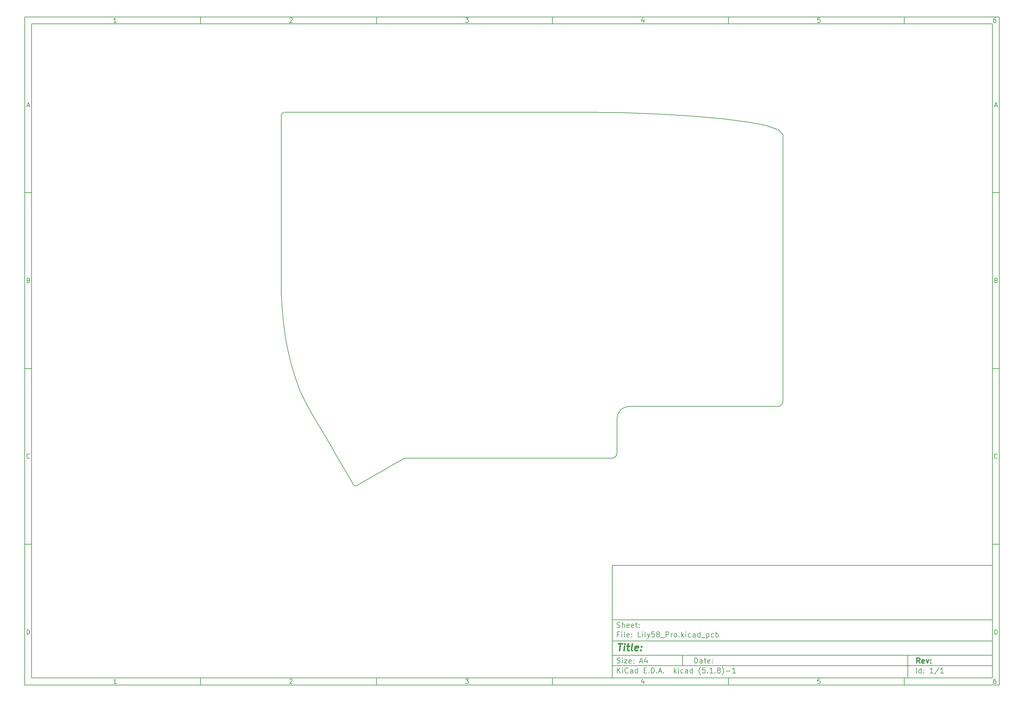
<source format=gm1>
G04 #@! TF.GenerationSoftware,KiCad,Pcbnew,(5.1.8)-1*
G04 #@! TF.CreationDate,2025-01-31T02:10:20+03:30*
G04 #@! TF.ProjectId,Lily58_Pro,4c696c79-3538-45f5-9072-6f2e6b696361,rev?*
G04 #@! TF.SameCoordinates,Original*
G04 #@! TF.FileFunction,Profile,NP*
%FSLAX46Y46*%
G04 Gerber Fmt 4.6, Leading zero omitted, Abs format (unit mm)*
G04 Created by KiCad (PCBNEW (5.1.8)-1) date 2025-01-31 02:10:20*
%MOMM*%
%LPD*%
G01*
G04 APERTURE LIST*
%ADD10C,0.100000*%
%ADD11C,0.150000*%
%ADD12C,0.300000*%
%ADD13C,0.400000*%
G04 #@! TA.AperFunction,Profile*
%ADD14C,0.200000*%
G04 #@! TD*
G04 APERTURE END LIST*
D10*
D11*
X177002200Y-166007200D02*
X177002200Y-198007200D01*
X285002200Y-198007200D01*
X285002200Y-166007200D01*
X177002200Y-166007200D01*
D10*
D11*
X10000000Y-10000000D02*
X10000000Y-200007200D01*
X287002200Y-200007200D01*
X287002200Y-10000000D01*
X10000000Y-10000000D01*
D10*
D11*
X12000000Y-12000000D02*
X12000000Y-198007200D01*
X285002200Y-198007200D01*
X285002200Y-12000000D01*
X12000000Y-12000000D01*
D10*
D11*
X60000000Y-12000000D02*
X60000000Y-10000000D01*
D10*
D11*
X110000000Y-12000000D02*
X110000000Y-10000000D01*
D10*
D11*
X160000000Y-12000000D02*
X160000000Y-10000000D01*
D10*
D11*
X210000000Y-12000000D02*
X210000000Y-10000000D01*
D10*
D11*
X260000000Y-12000000D02*
X260000000Y-10000000D01*
D10*
D11*
X36065476Y-11588095D02*
X35322619Y-11588095D01*
X35694047Y-11588095D02*
X35694047Y-10288095D01*
X35570238Y-10473809D01*
X35446428Y-10597619D01*
X35322619Y-10659523D01*
D10*
D11*
X85322619Y-10411904D02*
X85384523Y-10350000D01*
X85508333Y-10288095D01*
X85817857Y-10288095D01*
X85941666Y-10350000D01*
X86003571Y-10411904D01*
X86065476Y-10535714D01*
X86065476Y-10659523D01*
X86003571Y-10845238D01*
X85260714Y-11588095D01*
X86065476Y-11588095D01*
D10*
D11*
X135260714Y-10288095D02*
X136065476Y-10288095D01*
X135632142Y-10783333D01*
X135817857Y-10783333D01*
X135941666Y-10845238D01*
X136003571Y-10907142D01*
X136065476Y-11030952D01*
X136065476Y-11340476D01*
X136003571Y-11464285D01*
X135941666Y-11526190D01*
X135817857Y-11588095D01*
X135446428Y-11588095D01*
X135322619Y-11526190D01*
X135260714Y-11464285D01*
D10*
D11*
X185941666Y-10721428D02*
X185941666Y-11588095D01*
X185632142Y-10226190D02*
X185322619Y-11154761D01*
X186127380Y-11154761D01*
D10*
D11*
X236003571Y-10288095D02*
X235384523Y-10288095D01*
X235322619Y-10907142D01*
X235384523Y-10845238D01*
X235508333Y-10783333D01*
X235817857Y-10783333D01*
X235941666Y-10845238D01*
X236003571Y-10907142D01*
X236065476Y-11030952D01*
X236065476Y-11340476D01*
X236003571Y-11464285D01*
X235941666Y-11526190D01*
X235817857Y-11588095D01*
X235508333Y-11588095D01*
X235384523Y-11526190D01*
X235322619Y-11464285D01*
D10*
D11*
X285941666Y-10288095D02*
X285694047Y-10288095D01*
X285570238Y-10350000D01*
X285508333Y-10411904D01*
X285384523Y-10597619D01*
X285322619Y-10845238D01*
X285322619Y-11340476D01*
X285384523Y-11464285D01*
X285446428Y-11526190D01*
X285570238Y-11588095D01*
X285817857Y-11588095D01*
X285941666Y-11526190D01*
X286003571Y-11464285D01*
X286065476Y-11340476D01*
X286065476Y-11030952D01*
X286003571Y-10907142D01*
X285941666Y-10845238D01*
X285817857Y-10783333D01*
X285570238Y-10783333D01*
X285446428Y-10845238D01*
X285384523Y-10907142D01*
X285322619Y-11030952D01*
D10*
D11*
X60000000Y-198007200D02*
X60000000Y-200007200D01*
D10*
D11*
X110000000Y-198007200D02*
X110000000Y-200007200D01*
D10*
D11*
X160000000Y-198007200D02*
X160000000Y-200007200D01*
D10*
D11*
X210000000Y-198007200D02*
X210000000Y-200007200D01*
D10*
D11*
X260000000Y-198007200D02*
X260000000Y-200007200D01*
D10*
D11*
X36065476Y-199595295D02*
X35322619Y-199595295D01*
X35694047Y-199595295D02*
X35694047Y-198295295D01*
X35570238Y-198481009D01*
X35446428Y-198604819D01*
X35322619Y-198666723D01*
D10*
D11*
X85322619Y-198419104D02*
X85384523Y-198357200D01*
X85508333Y-198295295D01*
X85817857Y-198295295D01*
X85941666Y-198357200D01*
X86003571Y-198419104D01*
X86065476Y-198542914D01*
X86065476Y-198666723D01*
X86003571Y-198852438D01*
X85260714Y-199595295D01*
X86065476Y-199595295D01*
D10*
D11*
X135260714Y-198295295D02*
X136065476Y-198295295D01*
X135632142Y-198790533D01*
X135817857Y-198790533D01*
X135941666Y-198852438D01*
X136003571Y-198914342D01*
X136065476Y-199038152D01*
X136065476Y-199347676D01*
X136003571Y-199471485D01*
X135941666Y-199533390D01*
X135817857Y-199595295D01*
X135446428Y-199595295D01*
X135322619Y-199533390D01*
X135260714Y-199471485D01*
D10*
D11*
X185941666Y-198728628D02*
X185941666Y-199595295D01*
X185632142Y-198233390D02*
X185322619Y-199161961D01*
X186127380Y-199161961D01*
D10*
D11*
X236003571Y-198295295D02*
X235384523Y-198295295D01*
X235322619Y-198914342D01*
X235384523Y-198852438D01*
X235508333Y-198790533D01*
X235817857Y-198790533D01*
X235941666Y-198852438D01*
X236003571Y-198914342D01*
X236065476Y-199038152D01*
X236065476Y-199347676D01*
X236003571Y-199471485D01*
X235941666Y-199533390D01*
X235817857Y-199595295D01*
X235508333Y-199595295D01*
X235384523Y-199533390D01*
X235322619Y-199471485D01*
D10*
D11*
X285941666Y-198295295D02*
X285694047Y-198295295D01*
X285570238Y-198357200D01*
X285508333Y-198419104D01*
X285384523Y-198604819D01*
X285322619Y-198852438D01*
X285322619Y-199347676D01*
X285384523Y-199471485D01*
X285446428Y-199533390D01*
X285570238Y-199595295D01*
X285817857Y-199595295D01*
X285941666Y-199533390D01*
X286003571Y-199471485D01*
X286065476Y-199347676D01*
X286065476Y-199038152D01*
X286003571Y-198914342D01*
X285941666Y-198852438D01*
X285817857Y-198790533D01*
X285570238Y-198790533D01*
X285446428Y-198852438D01*
X285384523Y-198914342D01*
X285322619Y-199038152D01*
D10*
D11*
X10000000Y-60000000D02*
X12000000Y-60000000D01*
D10*
D11*
X10000000Y-110000000D02*
X12000000Y-110000000D01*
D10*
D11*
X10000000Y-160000000D02*
X12000000Y-160000000D01*
D10*
D11*
X10690476Y-35216666D02*
X11309523Y-35216666D01*
X10566666Y-35588095D02*
X11000000Y-34288095D01*
X11433333Y-35588095D01*
D10*
D11*
X11092857Y-84907142D02*
X11278571Y-84969047D01*
X11340476Y-85030952D01*
X11402380Y-85154761D01*
X11402380Y-85340476D01*
X11340476Y-85464285D01*
X11278571Y-85526190D01*
X11154761Y-85588095D01*
X10659523Y-85588095D01*
X10659523Y-84288095D01*
X11092857Y-84288095D01*
X11216666Y-84350000D01*
X11278571Y-84411904D01*
X11340476Y-84535714D01*
X11340476Y-84659523D01*
X11278571Y-84783333D01*
X11216666Y-84845238D01*
X11092857Y-84907142D01*
X10659523Y-84907142D01*
D10*
D11*
X11402380Y-135464285D02*
X11340476Y-135526190D01*
X11154761Y-135588095D01*
X11030952Y-135588095D01*
X10845238Y-135526190D01*
X10721428Y-135402380D01*
X10659523Y-135278571D01*
X10597619Y-135030952D01*
X10597619Y-134845238D01*
X10659523Y-134597619D01*
X10721428Y-134473809D01*
X10845238Y-134350000D01*
X11030952Y-134288095D01*
X11154761Y-134288095D01*
X11340476Y-134350000D01*
X11402380Y-134411904D01*
D10*
D11*
X10659523Y-185588095D02*
X10659523Y-184288095D01*
X10969047Y-184288095D01*
X11154761Y-184350000D01*
X11278571Y-184473809D01*
X11340476Y-184597619D01*
X11402380Y-184845238D01*
X11402380Y-185030952D01*
X11340476Y-185278571D01*
X11278571Y-185402380D01*
X11154761Y-185526190D01*
X10969047Y-185588095D01*
X10659523Y-185588095D01*
D10*
D11*
X287002200Y-60000000D02*
X285002200Y-60000000D01*
D10*
D11*
X287002200Y-110000000D02*
X285002200Y-110000000D01*
D10*
D11*
X287002200Y-160000000D02*
X285002200Y-160000000D01*
D10*
D11*
X285692676Y-35216666D02*
X286311723Y-35216666D01*
X285568866Y-35588095D02*
X286002200Y-34288095D01*
X286435533Y-35588095D01*
D10*
D11*
X286095057Y-84907142D02*
X286280771Y-84969047D01*
X286342676Y-85030952D01*
X286404580Y-85154761D01*
X286404580Y-85340476D01*
X286342676Y-85464285D01*
X286280771Y-85526190D01*
X286156961Y-85588095D01*
X285661723Y-85588095D01*
X285661723Y-84288095D01*
X286095057Y-84288095D01*
X286218866Y-84350000D01*
X286280771Y-84411904D01*
X286342676Y-84535714D01*
X286342676Y-84659523D01*
X286280771Y-84783333D01*
X286218866Y-84845238D01*
X286095057Y-84907142D01*
X285661723Y-84907142D01*
D10*
D11*
X286404580Y-135464285D02*
X286342676Y-135526190D01*
X286156961Y-135588095D01*
X286033152Y-135588095D01*
X285847438Y-135526190D01*
X285723628Y-135402380D01*
X285661723Y-135278571D01*
X285599819Y-135030952D01*
X285599819Y-134845238D01*
X285661723Y-134597619D01*
X285723628Y-134473809D01*
X285847438Y-134350000D01*
X286033152Y-134288095D01*
X286156961Y-134288095D01*
X286342676Y-134350000D01*
X286404580Y-134411904D01*
D10*
D11*
X285661723Y-185588095D02*
X285661723Y-184288095D01*
X285971247Y-184288095D01*
X286156961Y-184350000D01*
X286280771Y-184473809D01*
X286342676Y-184597619D01*
X286404580Y-184845238D01*
X286404580Y-185030952D01*
X286342676Y-185278571D01*
X286280771Y-185402380D01*
X286156961Y-185526190D01*
X285971247Y-185588095D01*
X285661723Y-185588095D01*
D10*
D11*
X200434342Y-193785771D02*
X200434342Y-192285771D01*
X200791485Y-192285771D01*
X201005771Y-192357200D01*
X201148628Y-192500057D01*
X201220057Y-192642914D01*
X201291485Y-192928628D01*
X201291485Y-193142914D01*
X201220057Y-193428628D01*
X201148628Y-193571485D01*
X201005771Y-193714342D01*
X200791485Y-193785771D01*
X200434342Y-193785771D01*
X202577200Y-193785771D02*
X202577200Y-193000057D01*
X202505771Y-192857200D01*
X202362914Y-192785771D01*
X202077200Y-192785771D01*
X201934342Y-192857200D01*
X202577200Y-193714342D02*
X202434342Y-193785771D01*
X202077200Y-193785771D01*
X201934342Y-193714342D01*
X201862914Y-193571485D01*
X201862914Y-193428628D01*
X201934342Y-193285771D01*
X202077200Y-193214342D01*
X202434342Y-193214342D01*
X202577200Y-193142914D01*
X203077200Y-192785771D02*
X203648628Y-192785771D01*
X203291485Y-192285771D02*
X203291485Y-193571485D01*
X203362914Y-193714342D01*
X203505771Y-193785771D01*
X203648628Y-193785771D01*
X204720057Y-193714342D02*
X204577200Y-193785771D01*
X204291485Y-193785771D01*
X204148628Y-193714342D01*
X204077200Y-193571485D01*
X204077200Y-193000057D01*
X204148628Y-192857200D01*
X204291485Y-192785771D01*
X204577200Y-192785771D01*
X204720057Y-192857200D01*
X204791485Y-193000057D01*
X204791485Y-193142914D01*
X204077200Y-193285771D01*
X205434342Y-193642914D02*
X205505771Y-193714342D01*
X205434342Y-193785771D01*
X205362914Y-193714342D01*
X205434342Y-193642914D01*
X205434342Y-193785771D01*
X205434342Y-192857200D02*
X205505771Y-192928628D01*
X205434342Y-193000057D01*
X205362914Y-192928628D01*
X205434342Y-192857200D01*
X205434342Y-193000057D01*
D10*
D11*
X177002200Y-194507200D02*
X285002200Y-194507200D01*
D10*
D11*
X178434342Y-196585771D02*
X178434342Y-195085771D01*
X179291485Y-196585771D02*
X178648628Y-195728628D01*
X179291485Y-195085771D02*
X178434342Y-195942914D01*
X179934342Y-196585771D02*
X179934342Y-195585771D01*
X179934342Y-195085771D02*
X179862914Y-195157200D01*
X179934342Y-195228628D01*
X180005771Y-195157200D01*
X179934342Y-195085771D01*
X179934342Y-195228628D01*
X181505771Y-196442914D02*
X181434342Y-196514342D01*
X181220057Y-196585771D01*
X181077200Y-196585771D01*
X180862914Y-196514342D01*
X180720057Y-196371485D01*
X180648628Y-196228628D01*
X180577200Y-195942914D01*
X180577200Y-195728628D01*
X180648628Y-195442914D01*
X180720057Y-195300057D01*
X180862914Y-195157200D01*
X181077200Y-195085771D01*
X181220057Y-195085771D01*
X181434342Y-195157200D01*
X181505771Y-195228628D01*
X182791485Y-196585771D02*
X182791485Y-195800057D01*
X182720057Y-195657200D01*
X182577200Y-195585771D01*
X182291485Y-195585771D01*
X182148628Y-195657200D01*
X182791485Y-196514342D02*
X182648628Y-196585771D01*
X182291485Y-196585771D01*
X182148628Y-196514342D01*
X182077200Y-196371485D01*
X182077200Y-196228628D01*
X182148628Y-196085771D01*
X182291485Y-196014342D01*
X182648628Y-196014342D01*
X182791485Y-195942914D01*
X184148628Y-196585771D02*
X184148628Y-195085771D01*
X184148628Y-196514342D02*
X184005771Y-196585771D01*
X183720057Y-196585771D01*
X183577200Y-196514342D01*
X183505771Y-196442914D01*
X183434342Y-196300057D01*
X183434342Y-195871485D01*
X183505771Y-195728628D01*
X183577200Y-195657200D01*
X183720057Y-195585771D01*
X184005771Y-195585771D01*
X184148628Y-195657200D01*
X186005771Y-195800057D02*
X186505771Y-195800057D01*
X186720057Y-196585771D02*
X186005771Y-196585771D01*
X186005771Y-195085771D01*
X186720057Y-195085771D01*
X187362914Y-196442914D02*
X187434342Y-196514342D01*
X187362914Y-196585771D01*
X187291485Y-196514342D01*
X187362914Y-196442914D01*
X187362914Y-196585771D01*
X188077200Y-196585771D02*
X188077200Y-195085771D01*
X188434342Y-195085771D01*
X188648628Y-195157200D01*
X188791485Y-195300057D01*
X188862914Y-195442914D01*
X188934342Y-195728628D01*
X188934342Y-195942914D01*
X188862914Y-196228628D01*
X188791485Y-196371485D01*
X188648628Y-196514342D01*
X188434342Y-196585771D01*
X188077200Y-196585771D01*
X189577200Y-196442914D02*
X189648628Y-196514342D01*
X189577200Y-196585771D01*
X189505771Y-196514342D01*
X189577200Y-196442914D01*
X189577200Y-196585771D01*
X190220057Y-196157200D02*
X190934342Y-196157200D01*
X190077200Y-196585771D02*
X190577200Y-195085771D01*
X191077200Y-196585771D01*
X191577200Y-196442914D02*
X191648628Y-196514342D01*
X191577200Y-196585771D01*
X191505771Y-196514342D01*
X191577200Y-196442914D01*
X191577200Y-196585771D01*
X194577200Y-196585771D02*
X194577200Y-195085771D01*
X194720057Y-196014342D02*
X195148628Y-196585771D01*
X195148628Y-195585771D02*
X194577200Y-196157200D01*
X195791485Y-196585771D02*
X195791485Y-195585771D01*
X195791485Y-195085771D02*
X195720057Y-195157200D01*
X195791485Y-195228628D01*
X195862914Y-195157200D01*
X195791485Y-195085771D01*
X195791485Y-195228628D01*
X197148628Y-196514342D02*
X197005771Y-196585771D01*
X196720057Y-196585771D01*
X196577200Y-196514342D01*
X196505771Y-196442914D01*
X196434342Y-196300057D01*
X196434342Y-195871485D01*
X196505771Y-195728628D01*
X196577200Y-195657200D01*
X196720057Y-195585771D01*
X197005771Y-195585771D01*
X197148628Y-195657200D01*
X198434342Y-196585771D02*
X198434342Y-195800057D01*
X198362914Y-195657200D01*
X198220057Y-195585771D01*
X197934342Y-195585771D01*
X197791485Y-195657200D01*
X198434342Y-196514342D02*
X198291485Y-196585771D01*
X197934342Y-196585771D01*
X197791485Y-196514342D01*
X197720057Y-196371485D01*
X197720057Y-196228628D01*
X197791485Y-196085771D01*
X197934342Y-196014342D01*
X198291485Y-196014342D01*
X198434342Y-195942914D01*
X199791485Y-196585771D02*
X199791485Y-195085771D01*
X199791485Y-196514342D02*
X199648628Y-196585771D01*
X199362914Y-196585771D01*
X199220057Y-196514342D01*
X199148628Y-196442914D01*
X199077200Y-196300057D01*
X199077200Y-195871485D01*
X199148628Y-195728628D01*
X199220057Y-195657200D01*
X199362914Y-195585771D01*
X199648628Y-195585771D01*
X199791485Y-195657200D01*
X202077200Y-197157200D02*
X202005771Y-197085771D01*
X201862914Y-196871485D01*
X201791485Y-196728628D01*
X201720057Y-196514342D01*
X201648628Y-196157200D01*
X201648628Y-195871485D01*
X201720057Y-195514342D01*
X201791485Y-195300057D01*
X201862914Y-195157200D01*
X202005771Y-194942914D01*
X202077200Y-194871485D01*
X203362914Y-195085771D02*
X202648628Y-195085771D01*
X202577200Y-195800057D01*
X202648628Y-195728628D01*
X202791485Y-195657200D01*
X203148628Y-195657200D01*
X203291485Y-195728628D01*
X203362914Y-195800057D01*
X203434342Y-195942914D01*
X203434342Y-196300057D01*
X203362914Y-196442914D01*
X203291485Y-196514342D01*
X203148628Y-196585771D01*
X202791485Y-196585771D01*
X202648628Y-196514342D01*
X202577200Y-196442914D01*
X204077200Y-196442914D02*
X204148628Y-196514342D01*
X204077200Y-196585771D01*
X204005771Y-196514342D01*
X204077200Y-196442914D01*
X204077200Y-196585771D01*
X205577200Y-196585771D02*
X204720057Y-196585771D01*
X205148628Y-196585771D02*
X205148628Y-195085771D01*
X205005771Y-195300057D01*
X204862914Y-195442914D01*
X204720057Y-195514342D01*
X206220057Y-196442914D02*
X206291485Y-196514342D01*
X206220057Y-196585771D01*
X206148628Y-196514342D01*
X206220057Y-196442914D01*
X206220057Y-196585771D01*
X207148628Y-195728628D02*
X207005771Y-195657200D01*
X206934342Y-195585771D01*
X206862914Y-195442914D01*
X206862914Y-195371485D01*
X206934342Y-195228628D01*
X207005771Y-195157200D01*
X207148628Y-195085771D01*
X207434342Y-195085771D01*
X207577200Y-195157200D01*
X207648628Y-195228628D01*
X207720057Y-195371485D01*
X207720057Y-195442914D01*
X207648628Y-195585771D01*
X207577200Y-195657200D01*
X207434342Y-195728628D01*
X207148628Y-195728628D01*
X207005771Y-195800057D01*
X206934342Y-195871485D01*
X206862914Y-196014342D01*
X206862914Y-196300057D01*
X206934342Y-196442914D01*
X207005771Y-196514342D01*
X207148628Y-196585771D01*
X207434342Y-196585771D01*
X207577200Y-196514342D01*
X207648628Y-196442914D01*
X207720057Y-196300057D01*
X207720057Y-196014342D01*
X207648628Y-195871485D01*
X207577200Y-195800057D01*
X207434342Y-195728628D01*
X208220057Y-197157200D02*
X208291485Y-197085771D01*
X208434342Y-196871485D01*
X208505771Y-196728628D01*
X208577200Y-196514342D01*
X208648628Y-196157200D01*
X208648628Y-195871485D01*
X208577200Y-195514342D01*
X208505771Y-195300057D01*
X208434342Y-195157200D01*
X208291485Y-194942914D01*
X208220057Y-194871485D01*
X209362914Y-196014342D02*
X210505771Y-196014342D01*
X212005771Y-196585771D02*
X211148628Y-196585771D01*
X211577200Y-196585771D02*
X211577200Y-195085771D01*
X211434342Y-195300057D01*
X211291485Y-195442914D01*
X211148628Y-195514342D01*
D10*
D11*
X177002200Y-191507200D02*
X285002200Y-191507200D01*
D10*
D12*
X264411485Y-193785771D02*
X263911485Y-193071485D01*
X263554342Y-193785771D02*
X263554342Y-192285771D01*
X264125771Y-192285771D01*
X264268628Y-192357200D01*
X264340057Y-192428628D01*
X264411485Y-192571485D01*
X264411485Y-192785771D01*
X264340057Y-192928628D01*
X264268628Y-193000057D01*
X264125771Y-193071485D01*
X263554342Y-193071485D01*
X265625771Y-193714342D02*
X265482914Y-193785771D01*
X265197200Y-193785771D01*
X265054342Y-193714342D01*
X264982914Y-193571485D01*
X264982914Y-193000057D01*
X265054342Y-192857200D01*
X265197200Y-192785771D01*
X265482914Y-192785771D01*
X265625771Y-192857200D01*
X265697200Y-193000057D01*
X265697200Y-193142914D01*
X264982914Y-193285771D01*
X266197200Y-192785771D02*
X266554342Y-193785771D01*
X266911485Y-192785771D01*
X267482914Y-193642914D02*
X267554342Y-193714342D01*
X267482914Y-193785771D01*
X267411485Y-193714342D01*
X267482914Y-193642914D01*
X267482914Y-193785771D01*
X267482914Y-192857200D02*
X267554342Y-192928628D01*
X267482914Y-193000057D01*
X267411485Y-192928628D01*
X267482914Y-192857200D01*
X267482914Y-193000057D01*
D10*
D11*
X178362914Y-193714342D02*
X178577200Y-193785771D01*
X178934342Y-193785771D01*
X179077200Y-193714342D01*
X179148628Y-193642914D01*
X179220057Y-193500057D01*
X179220057Y-193357200D01*
X179148628Y-193214342D01*
X179077200Y-193142914D01*
X178934342Y-193071485D01*
X178648628Y-193000057D01*
X178505771Y-192928628D01*
X178434342Y-192857200D01*
X178362914Y-192714342D01*
X178362914Y-192571485D01*
X178434342Y-192428628D01*
X178505771Y-192357200D01*
X178648628Y-192285771D01*
X179005771Y-192285771D01*
X179220057Y-192357200D01*
X179862914Y-193785771D02*
X179862914Y-192785771D01*
X179862914Y-192285771D02*
X179791485Y-192357200D01*
X179862914Y-192428628D01*
X179934342Y-192357200D01*
X179862914Y-192285771D01*
X179862914Y-192428628D01*
X180434342Y-192785771D02*
X181220057Y-192785771D01*
X180434342Y-193785771D01*
X181220057Y-193785771D01*
X182362914Y-193714342D02*
X182220057Y-193785771D01*
X181934342Y-193785771D01*
X181791485Y-193714342D01*
X181720057Y-193571485D01*
X181720057Y-193000057D01*
X181791485Y-192857200D01*
X181934342Y-192785771D01*
X182220057Y-192785771D01*
X182362914Y-192857200D01*
X182434342Y-193000057D01*
X182434342Y-193142914D01*
X181720057Y-193285771D01*
X183077200Y-193642914D02*
X183148628Y-193714342D01*
X183077200Y-193785771D01*
X183005771Y-193714342D01*
X183077200Y-193642914D01*
X183077200Y-193785771D01*
X183077200Y-192857200D02*
X183148628Y-192928628D01*
X183077200Y-193000057D01*
X183005771Y-192928628D01*
X183077200Y-192857200D01*
X183077200Y-193000057D01*
X184862914Y-193357200D02*
X185577200Y-193357200D01*
X184720057Y-193785771D02*
X185220057Y-192285771D01*
X185720057Y-193785771D01*
X186862914Y-192785771D02*
X186862914Y-193785771D01*
X186505771Y-192214342D02*
X186148628Y-193285771D01*
X187077200Y-193285771D01*
D10*
D11*
X263434342Y-196585771D02*
X263434342Y-195085771D01*
X264791485Y-196585771D02*
X264791485Y-195085771D01*
X264791485Y-196514342D02*
X264648628Y-196585771D01*
X264362914Y-196585771D01*
X264220057Y-196514342D01*
X264148628Y-196442914D01*
X264077200Y-196300057D01*
X264077200Y-195871485D01*
X264148628Y-195728628D01*
X264220057Y-195657200D01*
X264362914Y-195585771D01*
X264648628Y-195585771D01*
X264791485Y-195657200D01*
X265505771Y-196442914D02*
X265577200Y-196514342D01*
X265505771Y-196585771D01*
X265434342Y-196514342D01*
X265505771Y-196442914D01*
X265505771Y-196585771D01*
X265505771Y-195657200D02*
X265577200Y-195728628D01*
X265505771Y-195800057D01*
X265434342Y-195728628D01*
X265505771Y-195657200D01*
X265505771Y-195800057D01*
X268148628Y-196585771D02*
X267291485Y-196585771D01*
X267720057Y-196585771D02*
X267720057Y-195085771D01*
X267577200Y-195300057D01*
X267434342Y-195442914D01*
X267291485Y-195514342D01*
X269862914Y-195014342D02*
X268577200Y-196942914D01*
X271148628Y-196585771D02*
X270291485Y-196585771D01*
X270720057Y-196585771D02*
X270720057Y-195085771D01*
X270577200Y-195300057D01*
X270434342Y-195442914D01*
X270291485Y-195514342D01*
D10*
D11*
X177002200Y-187507200D02*
X285002200Y-187507200D01*
D10*
D13*
X178714580Y-188211961D02*
X179857438Y-188211961D01*
X179036009Y-190211961D02*
X179286009Y-188211961D01*
X180274104Y-190211961D02*
X180440771Y-188878628D01*
X180524104Y-188211961D02*
X180416961Y-188307200D01*
X180500295Y-188402438D01*
X180607438Y-188307200D01*
X180524104Y-188211961D01*
X180500295Y-188402438D01*
X181107438Y-188878628D02*
X181869342Y-188878628D01*
X181476485Y-188211961D02*
X181262200Y-189926247D01*
X181333628Y-190116723D01*
X181512200Y-190211961D01*
X181702676Y-190211961D01*
X182655057Y-190211961D02*
X182476485Y-190116723D01*
X182405057Y-189926247D01*
X182619342Y-188211961D01*
X184190771Y-190116723D02*
X183988390Y-190211961D01*
X183607438Y-190211961D01*
X183428866Y-190116723D01*
X183357438Y-189926247D01*
X183452676Y-189164342D01*
X183571723Y-188973866D01*
X183774104Y-188878628D01*
X184155057Y-188878628D01*
X184333628Y-188973866D01*
X184405057Y-189164342D01*
X184381247Y-189354819D01*
X183405057Y-189545295D01*
X185155057Y-190021485D02*
X185238390Y-190116723D01*
X185131247Y-190211961D01*
X185047914Y-190116723D01*
X185155057Y-190021485D01*
X185131247Y-190211961D01*
X185286009Y-188973866D02*
X185369342Y-189069104D01*
X185262200Y-189164342D01*
X185178866Y-189069104D01*
X185286009Y-188973866D01*
X185262200Y-189164342D01*
D10*
D11*
X178934342Y-185600057D02*
X178434342Y-185600057D01*
X178434342Y-186385771D02*
X178434342Y-184885771D01*
X179148628Y-184885771D01*
X179720057Y-186385771D02*
X179720057Y-185385771D01*
X179720057Y-184885771D02*
X179648628Y-184957200D01*
X179720057Y-185028628D01*
X179791485Y-184957200D01*
X179720057Y-184885771D01*
X179720057Y-185028628D01*
X180648628Y-186385771D02*
X180505771Y-186314342D01*
X180434342Y-186171485D01*
X180434342Y-184885771D01*
X181791485Y-186314342D02*
X181648628Y-186385771D01*
X181362914Y-186385771D01*
X181220057Y-186314342D01*
X181148628Y-186171485D01*
X181148628Y-185600057D01*
X181220057Y-185457200D01*
X181362914Y-185385771D01*
X181648628Y-185385771D01*
X181791485Y-185457200D01*
X181862914Y-185600057D01*
X181862914Y-185742914D01*
X181148628Y-185885771D01*
X182505771Y-186242914D02*
X182577200Y-186314342D01*
X182505771Y-186385771D01*
X182434342Y-186314342D01*
X182505771Y-186242914D01*
X182505771Y-186385771D01*
X182505771Y-185457200D02*
X182577200Y-185528628D01*
X182505771Y-185600057D01*
X182434342Y-185528628D01*
X182505771Y-185457200D01*
X182505771Y-185600057D01*
X185077200Y-186385771D02*
X184362914Y-186385771D01*
X184362914Y-184885771D01*
X185577200Y-186385771D02*
X185577200Y-185385771D01*
X185577200Y-184885771D02*
X185505771Y-184957200D01*
X185577200Y-185028628D01*
X185648628Y-184957200D01*
X185577200Y-184885771D01*
X185577200Y-185028628D01*
X186505771Y-186385771D02*
X186362914Y-186314342D01*
X186291485Y-186171485D01*
X186291485Y-184885771D01*
X186934342Y-185385771D02*
X187291485Y-186385771D01*
X187648628Y-185385771D02*
X187291485Y-186385771D01*
X187148628Y-186742914D01*
X187077200Y-186814342D01*
X186934342Y-186885771D01*
X188934342Y-184885771D02*
X188220057Y-184885771D01*
X188148628Y-185600057D01*
X188220057Y-185528628D01*
X188362914Y-185457200D01*
X188720057Y-185457200D01*
X188862914Y-185528628D01*
X188934342Y-185600057D01*
X189005771Y-185742914D01*
X189005771Y-186100057D01*
X188934342Y-186242914D01*
X188862914Y-186314342D01*
X188720057Y-186385771D01*
X188362914Y-186385771D01*
X188220057Y-186314342D01*
X188148628Y-186242914D01*
X189862914Y-185528628D02*
X189720057Y-185457200D01*
X189648628Y-185385771D01*
X189577200Y-185242914D01*
X189577200Y-185171485D01*
X189648628Y-185028628D01*
X189720057Y-184957200D01*
X189862914Y-184885771D01*
X190148628Y-184885771D01*
X190291485Y-184957200D01*
X190362914Y-185028628D01*
X190434342Y-185171485D01*
X190434342Y-185242914D01*
X190362914Y-185385771D01*
X190291485Y-185457200D01*
X190148628Y-185528628D01*
X189862914Y-185528628D01*
X189720057Y-185600057D01*
X189648628Y-185671485D01*
X189577200Y-185814342D01*
X189577200Y-186100057D01*
X189648628Y-186242914D01*
X189720057Y-186314342D01*
X189862914Y-186385771D01*
X190148628Y-186385771D01*
X190291485Y-186314342D01*
X190362914Y-186242914D01*
X190434342Y-186100057D01*
X190434342Y-185814342D01*
X190362914Y-185671485D01*
X190291485Y-185600057D01*
X190148628Y-185528628D01*
X190720057Y-186528628D02*
X191862914Y-186528628D01*
X192220057Y-186385771D02*
X192220057Y-184885771D01*
X192791485Y-184885771D01*
X192934342Y-184957200D01*
X193005771Y-185028628D01*
X193077200Y-185171485D01*
X193077200Y-185385771D01*
X193005771Y-185528628D01*
X192934342Y-185600057D01*
X192791485Y-185671485D01*
X192220057Y-185671485D01*
X193720057Y-186385771D02*
X193720057Y-185385771D01*
X193720057Y-185671485D02*
X193791485Y-185528628D01*
X193862914Y-185457200D01*
X194005771Y-185385771D01*
X194148628Y-185385771D01*
X194862914Y-186385771D02*
X194720057Y-186314342D01*
X194648628Y-186242914D01*
X194577200Y-186100057D01*
X194577200Y-185671485D01*
X194648628Y-185528628D01*
X194720057Y-185457200D01*
X194862914Y-185385771D01*
X195077200Y-185385771D01*
X195220057Y-185457200D01*
X195291485Y-185528628D01*
X195362914Y-185671485D01*
X195362914Y-186100057D01*
X195291485Y-186242914D01*
X195220057Y-186314342D01*
X195077200Y-186385771D01*
X194862914Y-186385771D01*
X196005771Y-186242914D02*
X196077200Y-186314342D01*
X196005771Y-186385771D01*
X195934342Y-186314342D01*
X196005771Y-186242914D01*
X196005771Y-186385771D01*
X196720057Y-186385771D02*
X196720057Y-184885771D01*
X196862914Y-185814342D02*
X197291485Y-186385771D01*
X197291485Y-185385771D02*
X196720057Y-185957200D01*
X197934342Y-186385771D02*
X197934342Y-185385771D01*
X197934342Y-184885771D02*
X197862914Y-184957200D01*
X197934342Y-185028628D01*
X198005771Y-184957200D01*
X197934342Y-184885771D01*
X197934342Y-185028628D01*
X199291485Y-186314342D02*
X199148628Y-186385771D01*
X198862914Y-186385771D01*
X198720057Y-186314342D01*
X198648628Y-186242914D01*
X198577200Y-186100057D01*
X198577200Y-185671485D01*
X198648628Y-185528628D01*
X198720057Y-185457200D01*
X198862914Y-185385771D01*
X199148628Y-185385771D01*
X199291485Y-185457200D01*
X200577200Y-186385771D02*
X200577200Y-185600057D01*
X200505771Y-185457200D01*
X200362914Y-185385771D01*
X200077200Y-185385771D01*
X199934342Y-185457200D01*
X200577200Y-186314342D02*
X200434342Y-186385771D01*
X200077200Y-186385771D01*
X199934342Y-186314342D01*
X199862914Y-186171485D01*
X199862914Y-186028628D01*
X199934342Y-185885771D01*
X200077200Y-185814342D01*
X200434342Y-185814342D01*
X200577200Y-185742914D01*
X201934342Y-186385771D02*
X201934342Y-184885771D01*
X201934342Y-186314342D02*
X201791485Y-186385771D01*
X201505771Y-186385771D01*
X201362914Y-186314342D01*
X201291485Y-186242914D01*
X201220057Y-186100057D01*
X201220057Y-185671485D01*
X201291485Y-185528628D01*
X201362914Y-185457200D01*
X201505771Y-185385771D01*
X201791485Y-185385771D01*
X201934342Y-185457200D01*
X202291485Y-186528628D02*
X203434342Y-186528628D01*
X203791485Y-185385771D02*
X203791485Y-186885771D01*
X203791485Y-185457200D02*
X203934342Y-185385771D01*
X204220057Y-185385771D01*
X204362914Y-185457200D01*
X204434342Y-185528628D01*
X204505771Y-185671485D01*
X204505771Y-186100057D01*
X204434342Y-186242914D01*
X204362914Y-186314342D01*
X204220057Y-186385771D01*
X203934342Y-186385771D01*
X203791485Y-186314342D01*
X205791485Y-186314342D02*
X205648628Y-186385771D01*
X205362914Y-186385771D01*
X205220057Y-186314342D01*
X205148628Y-186242914D01*
X205077200Y-186100057D01*
X205077200Y-185671485D01*
X205148628Y-185528628D01*
X205220057Y-185457200D01*
X205362914Y-185385771D01*
X205648628Y-185385771D01*
X205791485Y-185457200D01*
X206434342Y-186385771D02*
X206434342Y-184885771D01*
X206434342Y-185457200D02*
X206577200Y-185385771D01*
X206862914Y-185385771D01*
X207005771Y-185457200D01*
X207077200Y-185528628D01*
X207148628Y-185671485D01*
X207148628Y-186100057D01*
X207077200Y-186242914D01*
X207005771Y-186314342D01*
X206862914Y-186385771D01*
X206577200Y-186385771D01*
X206434342Y-186314342D01*
D10*
D11*
X177002200Y-181507200D02*
X285002200Y-181507200D01*
D10*
D11*
X178362914Y-183614342D02*
X178577200Y-183685771D01*
X178934342Y-183685771D01*
X179077200Y-183614342D01*
X179148628Y-183542914D01*
X179220057Y-183400057D01*
X179220057Y-183257200D01*
X179148628Y-183114342D01*
X179077200Y-183042914D01*
X178934342Y-182971485D01*
X178648628Y-182900057D01*
X178505771Y-182828628D01*
X178434342Y-182757200D01*
X178362914Y-182614342D01*
X178362914Y-182471485D01*
X178434342Y-182328628D01*
X178505771Y-182257200D01*
X178648628Y-182185771D01*
X179005771Y-182185771D01*
X179220057Y-182257200D01*
X179862914Y-183685771D02*
X179862914Y-182185771D01*
X180505771Y-183685771D02*
X180505771Y-182900057D01*
X180434342Y-182757200D01*
X180291485Y-182685771D01*
X180077200Y-182685771D01*
X179934342Y-182757200D01*
X179862914Y-182828628D01*
X181791485Y-183614342D02*
X181648628Y-183685771D01*
X181362914Y-183685771D01*
X181220057Y-183614342D01*
X181148628Y-183471485D01*
X181148628Y-182900057D01*
X181220057Y-182757200D01*
X181362914Y-182685771D01*
X181648628Y-182685771D01*
X181791485Y-182757200D01*
X181862914Y-182900057D01*
X181862914Y-183042914D01*
X181148628Y-183185771D01*
X183077200Y-183614342D02*
X182934342Y-183685771D01*
X182648628Y-183685771D01*
X182505771Y-183614342D01*
X182434342Y-183471485D01*
X182434342Y-182900057D01*
X182505771Y-182757200D01*
X182648628Y-182685771D01*
X182934342Y-182685771D01*
X183077200Y-182757200D01*
X183148628Y-182900057D01*
X183148628Y-183042914D01*
X182434342Y-183185771D01*
X183577200Y-182685771D02*
X184148628Y-182685771D01*
X183791485Y-182185771D02*
X183791485Y-183471485D01*
X183862914Y-183614342D01*
X184005771Y-183685771D01*
X184148628Y-183685771D01*
X184648628Y-183542914D02*
X184720057Y-183614342D01*
X184648628Y-183685771D01*
X184577200Y-183614342D01*
X184648628Y-183542914D01*
X184648628Y-183685771D01*
X184648628Y-182757200D02*
X184720057Y-182828628D01*
X184648628Y-182900057D01*
X184577200Y-182828628D01*
X184648628Y-182757200D01*
X184648628Y-182900057D01*
D10*
D11*
X197002200Y-191507200D02*
X197002200Y-194507200D01*
D10*
D11*
X261002200Y-191507200D02*
X261002200Y-198007200D01*
D14*
X116186619Y-136480784D02*
X117862313Y-135510645D01*
X114510925Y-137450923D02*
X116186619Y-136480784D01*
X82937528Y-50750629D02*
X82937528Y-44443695D01*
X82937528Y-57057562D02*
X82937528Y-50750629D01*
X115211711Y-37086762D02*
X104803877Y-37086762D01*
X218692418Y-120789735D02*
X223959999Y-120789735D01*
X213424836Y-120789735D02*
X218692418Y-120789735D01*
X208157255Y-120789735D02*
X213424836Y-120789735D01*
X202889673Y-120789735D02*
X208157255Y-120789735D01*
X197622092Y-120789735D02*
X202889673Y-120789735D01*
X192354511Y-120789735D02*
X197622092Y-120789735D01*
X187086929Y-120789735D02*
X192354511Y-120789735D01*
X181819348Y-120789735D02*
X187086929Y-120789735D01*
X181113524Y-120860778D02*
X181819348Y-120789735D01*
X180456326Y-121064561D02*
X181113524Y-120860778D01*
X179861773Y-121387065D02*
X180456326Y-121064561D01*
X179343884Y-121814271D02*
X179861773Y-121387065D01*
X178916678Y-122332160D02*
X179343884Y-121814271D01*
X178594174Y-122926713D02*
X178916678Y-122332160D01*
X178390391Y-123583911D02*
X178594174Y-122926713D01*
X178319348Y-124289735D02*
X178390391Y-123583911D01*
X199807654Y-38170488D02*
X189919538Y-37585374D01*
X208420758Y-38945561D02*
X199807654Y-38170488D01*
X215525697Y-39885159D02*
X208420758Y-38945561D01*
X220889319Y-40963847D02*
X215525697Y-39885159D01*
X178989563Y-37215654D02*
X167250881Y-37086762D01*
X189919538Y-37585374D02*
X178989563Y-37215654D01*
X177658308Y-135255660D02*
X177403500Y-135393876D01*
X177880261Y-135072571D02*
X177658308Y-135255660D01*
X178063349Y-134850619D02*
X177880261Y-135072571D01*
X178201565Y-134595810D02*
X178063349Y-134850619D01*
X178288901Y-134314154D02*
X178201565Y-134595810D01*
X178319348Y-134011658D02*
X178288901Y-134314154D01*
X225460000Y-52918378D02*
X225460000Y-62400000D01*
X225460000Y-43436755D02*
X225460000Y-52918378D01*
X82937528Y-69671429D02*
X82937528Y-63364495D01*
X82937528Y-75978362D02*
X82937528Y-69671429D01*
X82937528Y-82285296D02*
X82937528Y-75978362D01*
X82937528Y-88592229D02*
X82937528Y-82285296D01*
X104803877Y-37086762D02*
X94396044Y-37086762D01*
X125619545Y-37086762D02*
X115211711Y-37086762D01*
X136027379Y-37086762D02*
X125619545Y-37086762D01*
X146435213Y-37086762D02*
X136027379Y-37086762D01*
X156843047Y-37086762D02*
X146435213Y-37086762D01*
X167250881Y-37086762D02*
X156843047Y-37086762D01*
X83400937Y-37265961D02*
X83579303Y-37169210D01*
X83245570Y-37394123D02*
X83400937Y-37265961D01*
X83117409Y-37549489D02*
X83245570Y-37394123D01*
X83020657Y-37727855D02*
X83117409Y-37549489D01*
X82959523Y-37925015D02*
X83020657Y-37727855D01*
X82938210Y-38136762D02*
X82959523Y-37925015D01*
X83776462Y-37108075D02*
X83988210Y-37086762D01*
X83579303Y-37169210D02*
X83776462Y-37108075D01*
X94396044Y-37086762D02*
X83988210Y-37086762D01*
X82937528Y-63364495D02*
X82937528Y-57057562D01*
X82937528Y-44443695D02*
X82937528Y-38136762D01*
X88291758Y-116318073D02*
X89993333Y-119989540D01*
X86863105Y-112530670D02*
X88291758Y-116318073D01*
X85688004Y-108649127D02*
X86863105Y-112530670D01*
X84747083Y-104695246D02*
X85688004Y-108649127D01*
X84020972Y-100690825D02*
X84747083Y-104695246D01*
X83490297Y-96657663D02*
X84020972Y-100690825D01*
X83135690Y-92617561D02*
X83490297Y-96657663D01*
X82937777Y-88592317D02*
X83135690Y-92617561D01*
X104288864Y-143357278D02*
X104456758Y-143271756D01*
X104130206Y-143404468D02*
X104288864Y-143357278D01*
X103981252Y-143413974D02*
X104130206Y-143404468D01*
X103842470Y-143386445D02*
X103981252Y-143413974D01*
X103714328Y-143322532D02*
X103842470Y-143386445D01*
X103597295Y-143222884D02*
X103714328Y-143322532D01*
X103491837Y-143088150D02*
X103597295Y-143222884D01*
X103398425Y-142918979D02*
X103491837Y-143088150D01*
X112835230Y-138421062D02*
X114510925Y-137450923D01*
X111159536Y-139391201D02*
X112835230Y-138421062D01*
X109483841Y-140361340D02*
X111159536Y-139391201D01*
X107808147Y-141331479D02*
X109483841Y-140361340D01*
X106132452Y-142301617D02*
X107808147Y-141331479D01*
X104456758Y-143271756D02*
X106132452Y-142301617D01*
X101722730Y-140052659D02*
X103398425Y-142918979D01*
X100047036Y-137186340D02*
X101722730Y-140052659D01*
X98371341Y-134320020D02*
X100047036Y-137186340D01*
X96695647Y-131453701D02*
X98371341Y-134320020D01*
X95019952Y-128587381D02*
X96695647Y-131453701D01*
X93344258Y-125721062D02*
X95019952Y-128587381D01*
X91668563Y-122854742D02*
X93344258Y-125721062D01*
X89992869Y-119988423D02*
X91668563Y-122854742D01*
X169449826Y-135511658D02*
X176819348Y-135511658D01*
X162080304Y-135511658D02*
X169449826Y-135511658D01*
X154710782Y-135511658D02*
X162080304Y-135511658D01*
X147341260Y-135511658D02*
X154710782Y-135511658D01*
X139971738Y-135511658D02*
X147341260Y-135511658D01*
X132602217Y-135511658D02*
X139971738Y-135511658D01*
X125232695Y-135511658D02*
X132602217Y-135511658D01*
X117863173Y-135511658D02*
X125232695Y-135511658D01*
X178319348Y-132816013D02*
X178319348Y-134011658D01*
X178319348Y-131597973D02*
X178319348Y-132816013D01*
X178319348Y-130379933D02*
X178319348Y-131597973D01*
X178319348Y-129161894D02*
X178319348Y-130379933D01*
X178319348Y-127943854D02*
X178319348Y-129161894D01*
X178319348Y-126725814D02*
X178319348Y-127943854D01*
X178319348Y-125507775D02*
X178319348Y-126725814D01*
X178319348Y-124289735D02*
X178319348Y-125507775D01*
X177121844Y-135481211D02*
X176819348Y-135511658D01*
X177403500Y-135393876D02*
X177121844Y-135481211D01*
X224278471Y-42156190D02*
X220889319Y-40963847D01*
X225460000Y-43436755D02*
X224278471Y-42156190D01*
X224262495Y-120759288D02*
X223959999Y-120789735D01*
X224544152Y-120671952D02*
X224262495Y-120759288D01*
X224798960Y-120533736D02*
X224544152Y-120671952D01*
X225020912Y-120350648D02*
X224798960Y-120533736D01*
X225204001Y-120128696D02*
X225020912Y-120350648D01*
X225342217Y-119873887D02*
X225204001Y-120128696D01*
X225429552Y-119592231D02*
X225342217Y-119873887D01*
X225459999Y-119289735D02*
X225429552Y-119592231D01*
X225460000Y-109808112D02*
X225460000Y-119289735D01*
X225460000Y-100326490D02*
X225460000Y-109808112D01*
X225460000Y-90844867D02*
X225460000Y-100326490D01*
X225460000Y-81363245D02*
X225460000Y-90844867D01*
X225460000Y-71881623D02*
X225460000Y-81363245D01*
X225460000Y-62400000D02*
X225460000Y-71881623D01*
M02*

</source>
